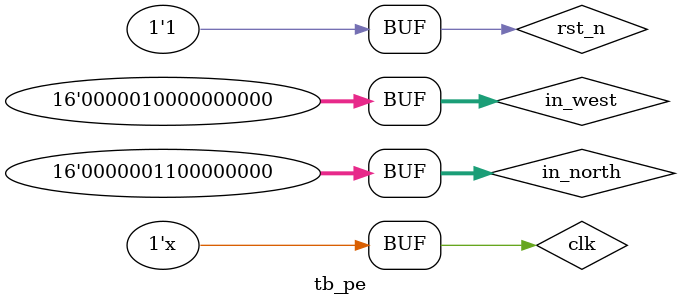
<source format=v>
`timescale 1ns / 1ps

module tb_pe;

// Parameters for the PE module
parameter WIDTH = 16;
parameter FRAC_WIDTH = 8;

// Inputs to the PE module
reg clk;
reg rst_n;
reg [WIDTH-1:0] in_north;
reg [WIDTH-1:0] in_west;

// Outputs from the PE module
wire [WIDTH-1:0] out_south;
wire [WIDTH-1:0] out_east;
wire [WIDTH-1:0] result;

// Instantiate the PE module (Device Under Test)
pe #(
    .WIDTH(WIDTH),
    .FRAC_WIDTH(FRAC_WIDTH)
) pe_inst (
    .clk(clk),
    .rst_n(rst_n),
    .in_north(in_north),
    .in_west(in_west),
    .out_south(out_south),
    .out_east(out_east),
    .result(result)
);

// Clock generation
always begin
    #5 clk = ~clk;  // Clock period of 10 ns
end

// Initial block to apply test cases
initial begin
    // Initialize signals
    clk = 0;
    rst_n = 0;
    in_north = 0;
    in_west = 0;
	
	// Set up VCD dump file
    $dumpfile("tb_pe.vcd");  // VCD output file
    $dumpvars(0, tb_pe);      // Dump all variables in the testbench

    // Apply reset
    #10 rst_n = 1;  // Release reset after 10 ns

    // Test case 1: Apply some values to the inputs
    #10 in_north = 16'h0300;  // Example input for in_north
        in_west = 16'h0400;   // Example input for in_west
    #10;
	
	/*
    // Test case 2: Apply different inputs
    #10 in_north = 16'h0005;
        in_west = 16'h0002;
    #10;

    // Test case 3: Apply zero inputs
    #10 in_north = 16'h0000;
        in_west = 16'h0000;
    #10;

    // Test case 4: Apply negative numbers (sign extension for 16-bit)
    #10 in_north = 16'hFFFD;  // Negative number (2's complement)
        in_west = 16'hFFFB;   // Negative number (2's complement)
    #10;

    // Finish simulation after a few clock cycles
    #10 $finish;
	*/
end

// Monitor the signals to observe output
initial begin
    $monitor("At time %t: in_north = %h, in_west = %h, out_south = %h, out_east = %h, result = %h",
             $time, in_north, in_west, out_south, out_east, result);
end

endmodule

</source>
